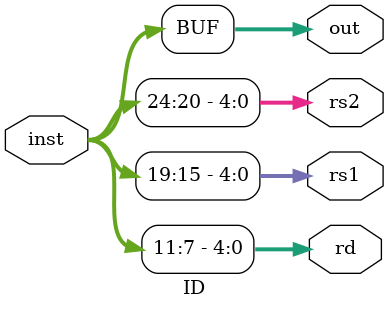
<source format=v>
module ID (inst, rd, rs1, rs2, out);
	
	input [31:0] inst;
	
	output [4:0] rd, rs1, rs2;
	output [31:0] out;
	
	assign rd = inst[11:7];
	assign rs1 = inst[19:15];
	assign rs2 = inst[24:20];
	
	assign out = inst;
	
	
endmodule

</source>
